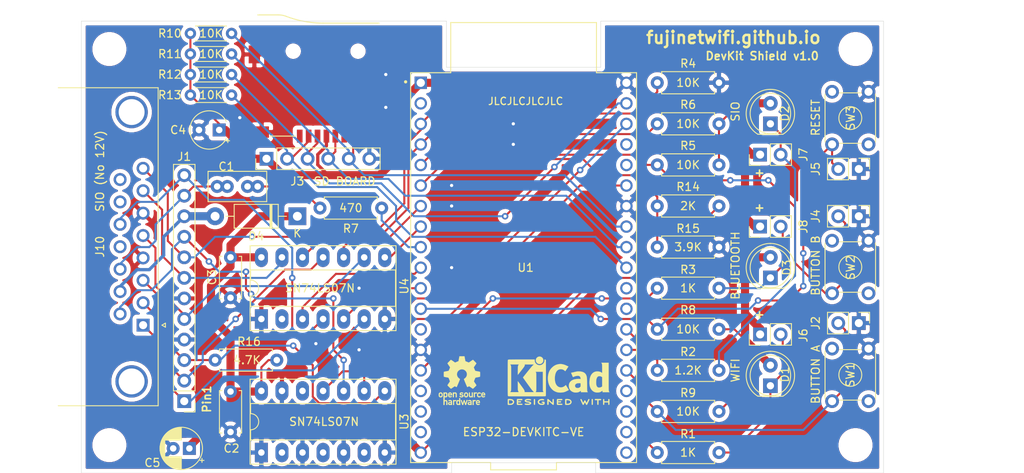
<source format=kicad_pcb>
(kicad_pcb (version 20171130) (host pcbnew "(5.1.9)-1")
  (title_block (title "FujiNet ESP32-DevKitC-VE Shield") (date 2021-02-13) (rev 1.0) (comment 1 **UNTESTED**))
  (layers (0 F.Cu signal) (31 B.Cu signal) (34 B.Paste user) (35 F.Paste user) (36 B.SilkS user) (37 F.SilkS user) (38 B.Mask user) (39 F.Mask user) (44 Edge.Cuts user))
  (net 0 "")
  (net 1 "Net-(U1-Pad2)")
  (net 2 "Net-(U1-Pad35)")
  (net 3 "Net-(U1-Pad34)")
  (net 4 "Net-(U1-Pad28)")
  (net 5 "Net-(U1-Pad27)")
  (net 6 "Net-(U1-Pad23)")
  (net 7 "Net-(U1-Pad22)")
  (net 8 "Net-(U1-Pad21)")
  (net 9 "Net-(U1-Pad20)")
  (net 10 "Net-(U1-Pad18)")
  (net 11 "Net-(U1-Pad17)")
  (net 12 "Net-(U1-Pad16)")
  (net 13 "Net-(U1-Pad13)")
  (net 14 "Net-(D1-Pad1)")
  (net 15 "Net-(D2-Pad1)")
  (net 16 "Net-(D3-Pad1)")
  (net 17 "Net-(C1-Pad2)")
  (net 18 SIO_AUDIOIN)
  (net 19 GND)
  (net 20 +5V)
  (net 21 +3V3)
  (net 22 SIO_INT)
  (net 23 SIO_PROC)
  (net 24 SIO_MCTL)
  (net 25 SIO_CMD)
  (net 26 SIO_DATAOUT)
  (net 27 SIO_DATAIN)
  (net 28 SIO_CKOUT)
  (net 29 SIO_CKIN)
  (net 30 IO5_SPI_CS)
  (net 31 IO23_SPI_MOSI)
  (net 32 IO18_SPI_CLK)
  (net 33 IO19_SPI_MISO)
  (net 34 IO2_LED1)
  (net 35 IO4_LED2)
  (net 36 IO3_LED3)
  (net 37 IO34_BUTTON_B)
  (net 38 IO39_CMD)
  (net 39 IO25_AUDIOIN)
  (net 40 IO14_BUTTON_RESET)
  (net 41 IO0_BUTTON_A)
  (net 42 IO35_SIO_VOLTAGE)
  (net 43 IO22_PROC)
  (net 44 IO21_DATAIN)
  (net 45 IO27_CKIN)
  (net 46 IO26_INT)
  (net 47 IO33_DATAOUT)
  (net 48 IO32_CKOUT)
  (net 49 "Net-(U3-Pad12)")
  (net 50 "Net-(U3-Pad4)")
  (net 51 "Net-(P1-Pad9)")
  (net 52 "Net-(P1-Pad8)")
  (net 53 "Net-(P1-Pad1)")
  (net 54 "Net-(U3-Pad2)")
  (net 55 "Net-(U4-Pad2)")
  (net 56 "Net-(U3-Pad6)")
  (net 57 "Net-(SW1-Pad2)")
  (net 58 "Net-(SW1-Pad3)")
  (net 59 "Net-(SW2-Pad2)")
  (net 60 "Net-(SW2-Pad3)")
  (net 61 "Net-(SW3-Pad2)")
  (net 62 "Net-(SW3-Pad3)")
  (net 63 "Net-(J10-Pad15)")
  (net 64 "Net-(J10-Pad14)")
  (net 65 "Net-(J10-Pad12)")
  (net 66 SIO_5V)
  (net 67 "Net-(J10-Pad0)")
  (module Connector_Dsub:DSUB-15_Female_Horizontal_P2.77x2.84mm_EdgePinOffset7.70mm_Housed_MountingHolesOffset9.12mm (layer F.Cu) (at 111.76 94.742 270)
    (fp_text reference J10 (at -9.695 5.334 90) (layer F.SilkS))
    (fp_text value DB15_Female_MountingHoles)
    (pad 0 thru_hole circle (at 6.955 1.42 270) (size 4 4) (drill 3.2) (layers *.Cu *.Mask) (net 67 "Net-(J10-Pad0)"))
    (pad 0 thru_hole circle (at -26.345 1.42 270) (size 4 4) (drill 3.2) (layers *.Cu *.Mask) (net 67 "Net-(J10-Pad0)"))
    (pad 15 thru_hole circle (at -18.005 2.84 270) (size 1.6 1.6) (drill 1) (layers *.Cu *.Mask) (net 63 "Net-(J10-Pad15)"))
    (pad 14 thru_hole circle (at -15.235 2.84 270) (size 1.6 1.6) (drill 1) (layers *.Cu *.Mask) (net 64 "Net-(J10-Pad14)"))
    (pad 13 thru_hole circle (at -12.465 2.84 270) (size 1.6 1.6) (drill 1) (layers *.Cu *.Mask) (net 22 SIO_INT))
    (pad 12 thru_hole circle (at -9.695 2.84 270) (size 1.6 1.6) (drill 1) (layers *.Cu *.Mask) (net 65 "Net-(J10-Pad12)"))
    (pad 11 thru_hole circle (at -6.925 2.84 270) (size 1.6 1.6) (drill 1) (layers *.Cu *.Mask) (net 18 SIO_AUDIOIN))
    (pad 10 thru_hole circle (at -4.155 2.84 270) (size 1.6 1.6) (drill 1) (layers *.Cu *.Mask) (net 66 SIO_5V))
    (pad 9 thru_hole circle (at -1.385 2.84 270) (size 1.6 1.6) (drill 1) (layers *.Cu *.Mask) (net 23 SIO_PROC))
    (pad 8 thru_hole circle (at -19.39 0 270) (size 1.6 1.6) (drill 1) (layers *.Cu *.Mask) (net 24 SIO_MCTL))
    (pad 7 thru_hole circle (at -16.62 0 270) (size 1.6 1.6) (drill 1) (layers *.Cu *.Mask) (net 25 SIO_CMD))
    (pad 6 thru_hole circle (at -13.85 0 270) (size 1.6 1.6) (drill 1) (layers *.Cu *.Mask) (net 19 GND))
    (pad 5 thru_hole circle (at -11.08 0 270) (size 1.6 1.6) (drill 1) (layers *.Cu *.Mask) (net 26 SIO_DATAOUT))
    (pad 4 thru_hole circle (at -8.31 0 270) (size 1.6 1.6) (drill 1) (layers *.Cu *.Mask) (net 19 GND))
    (pad 3 thru_hole circle (at -5.54 0 270) (size 1.6 1.6) (drill 1) (layers *.Cu *.Mask) (net 27 SIO_DATAIN))
    (pad 2 thru_hole circle (at -2.77 0 270) (size 1.6 1.6) (drill 1) (layers *.Cu *.Mask) (net 28 SIO_CKOUT))
    (pad 1 thru_hole rect (at 0 0 270) (size 1.6 1.6) (drill 1) (layers *.Cu *.Mask) (net 29 SIO_CKIN))
  )
  (module Symbol:KiCad-Logo2_5mm_SilkScreen (layer F.Cu) (at 163.068 101.6)
    (fp_text reference REF** hide)
    (fp_text value KiCad-Logo2_5mm_SilkScreen hide)
  )
  (module Symbol:OSHW-Logo_5.7x6mm_SilkScreen (layer F.Cu) (at 151.13 101.6)
    (fp_text reference REF** hide)
    (fp_text value OSHW-Logo_5.7x6mm_SilkScreen hide)
  )
  (module Capacitor_THT:C_Rect_L7.0mm_W3.5mm_P2.50mm_P5.00mm (layer F.Cu) (at 120.904 77.597)
    (fp_text reference C1 (at 1.143 -2.4638) (layer F.SilkS))
    (fp_text value "4.7uF 6.3V")
    (pad 2 thru_hole circle (at 5 0) (size 1.6 1.6) (drill 0.8) (layers *.Cu *.Mask) (net 17 "Net-(C1-Pad2)"))
    (pad 1 thru_hole circle (at 0 0) (size 1.6 1.6) (drill 0.8) (layers *.Cu *.Mask) (net 18 SIO_AUDIOIN))
    (pad 2 thru_hole circle (at 3.75 0) (size 1.6 1.6) (drill 0.8) (layers *.Cu *.Mask) (net 17 "Net-(C1-Pad2)"))
    (pad 1 thru_hole circle (at 1.25 0) (size 1.6 1.6) (drill 0.8) (layers *.Cu *.Mask) (net 18 SIO_AUDIOIN))
  )
  (module Resistor_THT:R_Axial_DIN0207_L6.3mm_D2.5mm_P7.62mm_Horizontal (layer F.Cu) (at 141.224 80.264 180)
    (fp_text reference R7 (at 3.81 -2.54) (layer F.SilkS))
    (fp_text value 470 (at 3.81 0) (layer F.SilkS))
    (pad 2 thru_hole oval (at 7.62 0 180) (size 1.6 1.6) (drill 0.8) (layers *.Cu *.Mask) (net 17 "Net-(C1-Pad2)"))
    (pad 1 thru_hole circle (at 0 0 180) (size 1.6 1.6) (drill 0.8) (layers *.Cu *.Mask) (net 39 IO25_AUDIOIN))
  )
  (module Capacitor_THT:CP_Radial_D5.0mm_P2.00mm (layer F.Cu) (at 117.475 109.982 180)
    (fp_text reference C5 (at 4.572 -1.778) (layer F.SilkS))
    (fp_text value "10uf 6.3V")
    (pad 2 thru_hole circle (at 2 0 180) (size 1.6 1.6) (drill 0.8) (layers *.Cu *.Mask) (net 19 GND))
    (pad 1 thru_hole rect (at 0 0 180) (size 1.6 1.6) (drill 0.8) (layers *.Cu *.Mask) (net 20 +5V))
  )
  (module Diode_THT:D_DO-41_SOD81_P10.16mm_Horizontal (layer F.Cu) (at 130.81 81.28 180)
    (fp_text reference D4 (at 5.08 -2.47) (layer F.SilkS))
    (fp_text value 1N5817)
    (fp_text user K (at 0 -2.1) (layer F.SilkS))
    (pad 2 thru_hole oval (at 10.16 0 180) (size 2.2 2.2) (drill 1.1) (layers *.Cu *.Mask) (net 66 SIO_5V))
    (pad 1 thru_hole rect (at 0 0 180) (size 2.2 2.2) (drill 1.1) (layers *.Cu *.Mask) (net 20 +5V))
  )
  (module Connector_PinHeader_2.54mm:PinHeader_1x12_P2.54mm_Vertical (layer F.Cu) (at 116.84 104.14 180)
    (fp_text reference J1 (at 0 30.226 180) (layer F.SilkS))
    (fp_text value "SIO (No 12V)" (at 10.414 28.448 90) (layer F.SilkS))
    (pad 12 thru_hole oval (at 0 27.94 180) (size 1.7 1.7) (drill 1) (layers *.Cu *.Mask) (net 22 SIO_INT))
    (pad 11 thru_hole oval (at 0 25.4 180) (size 1.7 1.7) (drill 1) (layers *.Cu *.Mask) (net 18 SIO_AUDIOIN))
    (pad 10 thru_hole oval (at 0 22.86 180) (size 1.7 1.7) (drill 1) (layers *.Cu *.Mask) (net 66 SIO_5V))
    (pad 9 thru_hole oval (at 0 20.32 180) (size 1.7 1.7) (drill 1) (layers *.Cu *.Mask) (net 23 SIO_PROC))
    (pad 8 thru_hole oval (at 0 17.78 180) (size 1.7 1.7) (drill 1) (layers *.Cu *.Mask) (net 24 SIO_MCTL))
    (pad 7 thru_hole oval (at 0 15.24 180) (size 1.7 1.7) (drill 1) (layers *.Cu *.Mask) (net 25 SIO_CMD))
    (pad 6 thru_hole oval (at 0 12.7 180) (size 1.7 1.7) (drill 1) (layers *.Cu *.Mask) (net 19 GND))
    (pad 5 thru_hole oval (at 0 10.16 180) (size 1.7 1.7) (drill 1) (layers *.Cu *.Mask) (net 26 SIO_DATAOUT))
    (pad 4 thru_hole oval (at 0 7.62 180) (size 1.7 1.7) (drill 1) (layers *.Cu *.Mask) (net 19 GND))
    (pad 3 thru_hole oval (at 0 5.08 180) (size 1.7 1.7) (drill 1) (layers *.Cu *.Mask) (net 27 SIO_DATAIN))
    (pad 2 thru_hole oval (at 0 2.54 180) (size 1.7 1.7) (drill 1) (layers *.Cu *.Mask) (net 28 SIO_CKOUT))
    (pad 1 thru_hole rect (at 0 0 180) (size 1.7 1.7) (drill 1) (layers *.Cu *.Mask) (net 29 SIO_CKIN))
  )
  (module Resistor_THT:R_Axial_DIN0207_L6.3mm_D2.5mm_P7.62mm_Horizontal (layer F.Cu) (at 120.65 99.06)
    (fp_text reference R16 (at 4.191 -2.286) (layer F.SilkS))
    (fp_text value 4.7K (at 3.937 0) (layer F.SilkS))
    (pad 2 thru_hole oval (at 7.62 0) (size 1.6 1.6) (drill 0.8) (layers *.Cu *.Mask) (net 20 +5V))
    (pad 1 thru_hole circle (at 0 0) (size 1.6 1.6) (drill 0.8) (layers *.Cu *.Mask) (net 27 SIO_DATAIN))
  )
  (module LED_THT:LED_D5.0mm (layer F.Cu) (at 189.23 102.235 90)
    (fp_text reference D1 (at 1.397 1.778 90) (layer F.SilkS))
    (fp_text value WIFI (at 1.905 -4.318 90) (layer F.SilkS))
    (pad 2 thru_hole circle (at 2.54 0 90) (size 1.8 1.8) (drill 0.9) (layers *.Cu *.Mask) (net 21 +3V3))
    (pad 1 thru_hole rect (at 0 0 90) (size 1.8 1.8) (drill 0.9) (layers *.Cu *.Mask) (net 14 "Net-(D1-Pad1)"))
  )
  (module LED_THT:LED_D5.0mm (layer F.Cu) (at 189.23 88.9 90)
    (fp_text reference D3 (at 1.27 2.032 90) (layer F.SilkS))
    (fp_text value BLUETOOTH (at 1.524 -4.318 90) (layer F.SilkS))
    (pad 2 thru_hole circle (at 2.54 0 90) (size 1.8 1.8) (drill 0.9) (layers *.Cu *.Mask) (net 21 +3V3))
    (pad 1 thru_hole rect (at 0 0 90) (size 1.8 1.8) (drill 0.9) (layers *.Cu *.Mask) (net 16 "Net-(D3-Pad1)"))
  )
  (module Capacitor_THT:CP_Radial_Tantal_D4.5mm_P2.50mm (layer F.Cu) (at 121.158 70.612 180)
    (fp_text reference C4 (at 5.08 0) (layer F.SilkS))
    (fp_text value "10uF 10V")
    (pad 2 thru_hole circle (at 2.5 0 180) (size 1.6 1.6) (drill 0.8) (layers *.Cu *.Mask) (net 19 GND))
    (pad 1 thru_hole rect (at 0 0 180) (size 1.6 1.6) (drill 0.8) (layers *.Cu *.Mask) (net 21 +3V3))
  )
  (module Package_DIP:DIP-14_W7.62mm_Socket_LongPads (layer F.Cu) (at 126.365 93.98 90)
    (fp_text reference U4 (at 4.064 17.653 90) (layer F.SilkS))
    (fp_text value SN74LS07N (at 3.81 7.239 180) (layer F.SilkS))
    (pad 14 thru_hole oval (at 7.62 0 90) (size 2.4 1.6) (drill 0.8) (layers *.Cu *.Mask) (net 20 +5V))
    (pad 7 thru_hole oval (at 0 15.24 90) (size 2.4 1.6) (drill 0.8) (layers *.Cu *.Mask) (net 19 GND))
    (pad 13 thru_hole oval (at 7.62 2.54 90) (size 2.4 1.6) (drill 0.8) (layers *.Cu *.Mask) (net 25 SIO_CMD))
    (pad 6 thru_hole oval (at 0 12.7 90) (size 2.4 1.6) (drill 0.8) (layers *.Cu *.Mask) (net 29 SIO_CKIN))
    (pad 12 thru_hole oval (at 7.62 5.08 90) (size 2.4 1.6) (drill 0.8) (layers *.Cu *.Mask) (net 38 IO39_CMD))
    (pad 5 thru_hole oval (at 0 10.16 90) (size 2.4 1.6) (drill 0.8) (layers *.Cu *.Mask) (net 45 IO27_CKIN))
    (pad 11 thru_hole oval (at 7.62 7.62 90) (size 2.4 1.6) (drill 0.8) (layers *.Cu *.Mask) (net 28 SIO_CKOUT))
    (pad 4 thru_hole oval (at 0 7.62 90) (size 2.4 1.6) (drill 0.8) (layers *.Cu *.Mask) (net 22 SIO_INT))
    (pad 10 thru_hole oval (at 7.62 10.16 90) (size 2.4 1.6) (drill 0.8) (layers *.Cu *.Mask) (net 48 IO32_CKOUT))
    (pad 3 thru_hole oval (at 0 5.08 90) (size 2.4 1.6) (drill 0.8) (layers *.Cu *.Mask) (net 46 IO26_INT))
    (pad 9 thru_hole oval (at 7.62 12.7 90) (size 2.4 1.6) (drill 0.8) (layers *.Cu *.Mask) (net 26 SIO_DATAOUT))
    (pad 2 thru_hole oval (at 0 2.54 90) (size 2.4 1.6) (drill 0.8) (layers *.Cu *.Mask) (net 55 "Net-(U4-Pad2)"))
    (pad 8 thru_hole oval (at 7.62 15.24 90) (size 2.4 1.6) (drill 0.8) (layers *.Cu *.Mask) (net 47 IO33_DATAOUT))
    (pad 1 thru_hole rect (at 0 0 90) (size 2.4 1.6) (drill 0.8) (layers *.Cu *.Mask) (net 19 GND))
  )
  (module Connector_PinHeader_2.54mm:PinHeader_1x02_P2.54mm_Vertical (layer F.Cu) (at 187.96 82.55 90)
    (fp_text reference J8 (at 0 5.334 90) (layer F.SilkS))
    (fp_text value Conn_BLUE_LED)
    (pad 2 thru_hole oval (at 0 2.54 90) (size 1.7 1.7) (drill 1) (layers *.Cu *.Mask) (net 16 "Net-(D3-Pad1)"))
    (pad 1 thru_hole rect (at 0 0 90) (size 1.7 1.7) (drill 1) (layers *.Cu *.Mask) (net 21 +3V3))
  )
  (module Connector_PinHeader_2.54mm:PinHeader_1x02_P2.54mm_Vertical (layer F.Cu) (at 187.96 73.66 90)
    (fp_text reference J7 (at 0 5.334 90) (layer F.SilkS))
    (fp_text value Conn_ORANGE_LED)
    (pad 2 thru_hole oval (at 0 2.54 90) (size 1.7 1.7) (drill 1) (layers *.Cu *.Mask) (net 15 "Net-(D2-Pad1)"))
    (pad 1 thru_hole rect (at 0 0 90) (size 1.7 1.7) (drill 1) (layers *.Cu *.Mask) (net 21 +3V3))
  )
  (module Connector_PinHeader_2.54mm:PinHeader_1x02_P2.54mm_Vertical (layer F.Cu) (at 187.96 95.885 90)
    (fp_text reference J6 (at -0.127 5.334 90) (layer F.SilkS))
    (fp_text value Conn_WHITE_LED)
    (pad 2 thru_hole oval (at 0 2.54 90) (size 1.7 1.7) (drill 1) (layers *.Cu *.Mask) (net 14 "Net-(D1-Pad1)"))
    (pad 1 thru_hole rect (at 0 0 90) (size 1.7 1.7) (drill 1) (layers *.Cu *.Mask) (net 21 +3V3))
  )
  (module Connector_PinHeader_2.54mm:PinHeader_1x02_P2.54mm_Vertical (layer F.Cu) (at 200.152 75.438 270)
    (fp_text reference J5 (at 0 5.334 90) (layer F.SilkS))
    (fp_text value Conn_BUTTON_RESET)
    (pad 2 thru_hole oval (at 0 2.54 270) (size 1.7 1.7) (drill 1) (layers *.Cu *.Mask) (net 40 IO14_BUTTON_RESET))
    (pad 1 thru_hole rect (at 0 0 270) (size 1.7 1.7) (drill 1) (layers *.Cu *.Mask) (net 19 GND))
  )
  (module Connector_PinHeader_2.54mm:PinHeader_1x02_P2.54mm_Vertical (layer F.Cu) (at 200.152 81.28 270)
    (fp_text reference J4 (at 0 5.334 90) (layer F.SilkS))
    (fp_text value Conn_BUTTON_B)
    (pad 2 thru_hole oval (at 0 2.54 270) (size 1.7 1.7) (drill 1) (layers *.Cu *.Mask) (net 37 IO34_BUTTON_B))
    (pad 1 thru_hole rect (at 0 0 270) (size 1.7 1.7) (drill 1) (layers *.Cu *.Mask) (net 19 GND))
  )
  (module Connector_PinHeader_2.54mm:PinHeader_1x02_P2.54mm_Vertical (layer F.Cu) (at 200.152 94.488 270)
    (fp_text reference J2 (at 0 5.334 90) (layer F.SilkS))
    (fp_text value Conn_BUTTON_A)
    (pad 2 thru_hole oval (at 0 2.54 270) (size 1.7 1.7) (drill 1) (layers *.Cu *.Mask) (net 41 IO0_BUTTON_A))
    (pad 1 thru_hole rect (at 0 0 270) (size 1.7 1.7) (drill 1) (layers *.Cu *.Mask) (net 19 GND))
  )
  (module ST-TF-003A:SUNTECH_ST-TF-003A (layer F.Cu) (at 134.62 66.04 180)
    (fp_text reference P1 (at -4.57732 -7.38873) (layer F.SilkS) (effects (font (size 1.000504 1.000504) (thickness 0.015))))
    (fp_text value ST-TF-003A)
    (pad None np_thru_hole circle (at 4.32 5.17 180) (size 0.9 0.9) (drill 0.9) (layers *.Cu *.Mask))
    (pad None np_thru_hole circle (at -3.68 5.17 180) (size 0.9 0.9) (drill 0.9) (layers *.Cu *.Mask))
    (pad G3 smd rect (at 9.12 4.77 180) (size 1.4 2.2) (layers F.Cu F.Paste F.Mask) (net 19 GND))
    (pad G4 smd rect (at 8.22 -4.83 180) (size 1.8 1.4) (layers F.Cu F.Paste F.Mask) (net 19 GND))
    (pad G2 smd rect (at -6.58 4.77 180) (size 1.4 2.2) (layers F.Cu F.Paste F.Mask) (net 19 GND))
    (pad G1 smd rect (at -6.58 -4.73 180) (size 1.4 1.6) (layers F.Cu F.Paste F.Mask) (net 19 GND))
    (pad 9 smd rect (at -5.28 -5.33 180) (size 0.7 1.6) (layers F.Cu F.Paste F.Mask) (net 51 "Net-(P1-Pad9)"))
    (pad 8 smd rect (at -4.18 -5.33 180) (size 0.7 1.6) (layers F.Cu F.Paste F.Mask) (net 52 "Net-(P1-Pad8)"))
    (pad 7 smd rect (at -3.08 -5.33 180) (size 0.7 1.6) (layers F.Cu F.Paste F.Mask) (net 33 IO19_SPI_MISO))
    (pad 6 smd rect (at -1.98 -5.33 180) (size 0.7 1.6) (layers F.Cu F.Paste F.Mask) (net 19 GND))
    (pad 5 smd rect (at -0.88 -5.33 180) (size 0.7 1.6) (layers F.Cu F.Paste F.Mask) (net 32 IO18_SPI_CLK))
    (pad 4 smd rect (at 0.22 -5.33 180) (size 0.7 1.6) (layers F.Cu F.Paste F.Mask) (net 21 +3V3))
    (pad 3 smd rect (at 1.32 -5.33 180) (size 0.7 1.6) (layers F.Cu F.Paste F.Mask) (net 31 IO23_SPI_MOSI))
    (pad 2 smd rect (at 2.42 -5.33 180) (size 0.7 1.6) (layers F.Cu F.Paste F.Mask) (net 30 IO5_SPI_CS))
    (pad 1 smd rect (at 3.52 -5.33 180) (size 0.7 1.6) (layers F.Cu F.Paste F.Mask) (net 53 "Net-(P1-Pad1)"))
  )
  (module Resistor_THT:R_Axial_DIN0204_L3.6mm_D1.6mm_P5.08mm_Horizontal (layer F.Cu) (at 122.682 66.294 180)
    (fp_text reference R13 (at 7.62 0) (layer F.SilkS))
    (fp_text value 10K (at 2.54 0) (layer F.SilkS))
    (pad 2 thru_hole oval (at 5.08 0 180) (size 1.4 1.4) (drill 0.7) (layers *.Cu *.Mask) (net 21 +3V3))
    (pad 1 thru_hole circle (at 0 0 180) (size 1.4 1.4) (drill 0.7) (layers *.Cu *.Mask) (net 30 IO5_SPI_CS))
  )
  (module Resistor_THT:R_Axial_DIN0204_L3.6mm_D1.6mm_P5.08mm_Horizontal (layer F.Cu) (at 122.682 63.754 180)
    (fp_text reference R12 (at 7.62 0) (layer F.SilkS))
    (fp_text value 10K (at 2.54 0) (layer F.SilkS))
    (pad 2 thru_hole oval (at 5.08 0 180) (size 1.4 1.4) (drill 0.7) (layers *.Cu *.Mask) (net 21 +3V3))
    (pad 1 thru_hole circle (at 0 0 180) (size 1.4 1.4) (drill 0.7) (layers *.Cu *.Mask) (net 31 IO23_SPI_MOSI))
  )
  (module Resistor_THT:R_Axial_DIN0204_L3.6mm_D1.6mm_P5.08mm_Horizontal (layer F.Cu) (at 122.682 61.214 180)
    (fp_text reference R11 (at 7.62 0) (layer F.SilkS))
    (fp_text value 10K (at 2.54 0) (layer F.SilkS))
    (pad 2 thru_hole oval (at 5.08 0 180) (size 1.4 1.4) (drill 0.7) (layers *.Cu *.Mask) (net 21 +3V3))
    (pad 1 thru_hole circle (at 0 0 180) (size 1.4 1.4) (drill 0.7) (layers *.Cu *.Mask) (net 32 IO18_SPI_CLK))
  )
  (module Resistor_THT:R_Axial_DIN0204_L3.6mm_D1.6mm_P5.08mm_Horizontal (layer F.Cu) (at 122.682 58.674 180)
    (fp_text reference R10 (at 7.62 0) (layer F.SilkS))
    (fp_text value 10K (at 2.54 0) (layer F.SilkS))
    (pad 2 thru_hole oval (at 5.08 0 180) (size 1.4 1.4) (drill 0.7) (layers *.Cu *.Mask) (net 21 +3V3))
    (pad 1 thru_hole circle (at 0 0 180) (size 1.4 1.4) (drill 0.7) (layers *.Cu *.Mask) (net 33 IO19_SPI_MISO))
  )
  (module MountingHole:MountingHole_3.2mm_M3 (layer F.Cu) (at 199.7456 60.6044)
    (fp_text reference H4 hide)
    (fp_text value "M3 Mounting Hole" hide)
    (pad 1 np_thru_hole circle (at 0 0) (size 3.2 3.2) (drill 3.2) (layers *.Cu *.Mask))
  )
  (module MountingHole:MountingHole_3.2mm_M3 (layer F.Cu) (at 199.7456 109.5756)
    (fp_text reference H3 hide)
    (fp_text value "M3 Mounting Hole" hide)
    (pad 1 np_thru_hole circle (at 0 0) (size 3.2 3.2) (drill 3.2) (layers *.Cu *.Mask))
  )
  (module MountingHole:MountingHole_3.2mm_M3 (layer F.Cu) (at 107.5944 60.6044)
    (fp_text reference H2 hide)
    (fp_text value "M3 Mounting Hole" hide)
    (pad 1 np_thru_hole circle (at 0 0) (size 3.2 3.2) (drill 3.2) (layers *.Cu *.Mask))
  )
  (module MountingHole:MountingHole_3.2mm_M3 (layer F.Cu) (at 107.5944 109.5756)
    (fp_text reference H1 hide)
    (fp_text value "M3 Mounting Hole" hide)
    (pad 1 np_thru_hole circle (at 0 0) (size 3.2 3.2) (drill 3.2) (layers *.Cu *.Mask))
  )
  (module Resistor_THT:R_Axial_DIN0207_L6.3mm_D2.5mm_P7.62mm_Horizontal (layer F.Cu) (at 182.88 85.09 180)
    (fp_text reference R15 (at 3.81 2.286) (layer F.SilkS))
    (fp_text value 3.9K (at 3.81 0) (layer F.SilkS))
    (pad 2 thru_hole oval (at 7.62 0 180) (size 1.6 1.6) (drill 0.8) (layers *.Cu *.Mask) (net 42 IO35_SIO_VOLTAGE))
    (pad 1 thru_hole circle (at 0 0 180) (size 1.6 1.6) (drill 0.8) (layers *.Cu *.Mask) (net 19 GND))
  )
  (module Resistor_THT:R_Axial_DIN0207_L6.3mm_D2.5mm_P7.62mm_Horizontal (layer F.Cu) (at 175.26 80.01)
    (fp_text reference R14 (at 3.81 -2.37) (layer F.SilkS))
    (fp_text value 2K (at 3.81 0) (layer F.SilkS))
    (pad 2 thru_hole oval (at 7.62 0) (size 1.6 1.6) (drill 0.8) (layers *.Cu *.Mask) (net 20 +5V))
    (pad 1 thru_hole circle (at 0 0) (size 1.6 1.6) (drill 0.8) (layers *.Cu *.Mask) (net 42 IO35_SIO_VOLTAGE))
  )
  (module Connector_PinHeader_2.54mm:PinHeader_1x06_P2.54mm_Vertical (layer F.Cu) (at 127 74.168 90)
    (fp_text reference J3 (at -2.794 3.81 180) (layer F.SilkS))
    (fp_text value "SD BOARD" (at -2.794 9.652 180) (layer F.SilkS))
    (pad 6 thru_hole oval (at 0 12.7 90) (size 1.7 1.7) (drill 1) (layers *.Cu *.Mask) (net 19 GND))
    (pad 5 thru_hole oval (at 0 10.16 90) (size 1.7 1.7) (drill 1) (layers *.Cu *.Mask) (net 33 IO19_SPI_MISO))
    (pad 4 thru_hole oval (at 0 7.62 90) (size 1.7 1.7) (drill 1) (layers *.Cu *.Mask) (net 32 IO18_SPI_CLK))
    (pad 3 thru_hole oval (at 0 5.08 90) (size 1.7 1.7) (drill 1) (layers *.Cu *.Mask) (net 31 IO23_SPI_MOSI))
    (pad 2 thru_hole oval (at 0 2.54 90) (size 1.7 1.7) (drill 1) (layers *.Cu *.Mask) (net 30 IO5_SPI_CS))
    (pad 1 thru_hole rect (at 0 0 90) (size 1.7 1.7) (drill 1) (layers *.Cu *.Mask) (net 21 +3V3))
  )
  (module Capacitor_THT:C_Disc_D5.0mm_W2.5mm_P5.00mm (layer F.Cu) (at 122.555 86.36 270)
    (fp_text reference C3 (at 2.46 2.286 90) (layer F.SilkS))
    (fp_text value 0.1uf)
    (pad 2 thru_hole circle (at 5 0 270) (size 1.6 1.6) (drill 0.8) (layers *.Cu *.Mask) (net 19 GND))
    (pad 1 thru_hole circle (at 0 0 270) (size 1.6 1.6) (drill 0.8) (layers *.Cu *.Mask) (net 20 +5V))
  )
  (module Capacitor_THT:C_Disc_D5.0mm_W2.5mm_P5.00mm (layer F.Cu) (at 122.555 102.95 270)
    (fp_text reference C2 (at 7.032 -0.127 180) (layer F.SilkS))
    (fp_text value 0.1uf)
    (pad 2 thru_hole circle (at 5 0 270) (size 1.6 1.6) (drill 0.8) (layers *.Cu *.Mask) (net 19 GND))
    (pad 1 thru_hole circle (at 0 0 270) (size 1.6 1.6) (drill 0.8) (layers *.Cu *.Mask) (net 20 +5V))
  )
  (module Button_Switch_THT:SW_TH_Tactile_Omron_B3F-10xx (layer F.Cu) (at 196.85 72.39 90)
    (fp_text reference SW3 (at 3.25 2.286 90) (layer F.SilkS))
    (fp_text value RESET (at 3.302 -2.032 90) (layer F.SilkS))
    (pad 1 thru_hole circle (at 0 0 90) (size 1.7 1.7) (drill 1) (layers *.Cu *.Mask) (net 40 IO14_BUTTON_RESET))
    (pad 2 thru_hole circle (at 6.5 0 90) (size 1.7 1.7) (drill 1) (layers *.Cu *.Mask) (net 61 "Net-(SW3-Pad2)"))
    (pad 3 thru_hole circle (at 0 4.5 90) (size 1.7 1.7) (drill 1) (layers *.Cu *.Mask) (net 62 "Net-(SW3-Pad3)"))
    (pad 4 thru_hole circle (at 6.5 4.5 90) (size 1.7 1.7) (drill 1) (layers *.Cu *.Mask) (net 19 GND))
  )
  (module Button_Switch_THT:SW_TH_Tactile_Omron_B3F-10xx (layer F.Cu) (at 196.85 90.805 90)
    (fp_text reference SW2 (at 3.175 2.286 90) (layer F.SilkS))
    (fp_text value "BUTTON B" (at 3.429 -2.032 90) (layer F.SilkS))
    (pad 1 thru_hole circle (at 0 0 90) (size 1.7 1.7) (drill 1) (layers *.Cu *.Mask) (net 37 IO34_BUTTON_B))
    (pad 2 thru_hole circle (at 6.5 0 90) (size 1.7 1.7) (drill 1) (layers *.Cu *.Mask) (net 59 "Net-(SW2-Pad2)"))
    (pad 3 thru_hole circle (at 0 4.5 90) (size 1.7 1.7) (drill 1) (layers *.Cu *.Mask) (net 60 "Net-(SW2-Pad3)"))
    (pad 4 thru_hole circle (at 6.5 4.5 90) (size 1.7 1.7) (drill 1) (layers *.Cu *.Mask) (net 19 GND))
  )
  (module Button_Switch_THT:SW_TH_Tactile_Omron_B3F-10xx (layer F.Cu) (at 196.85 104.14 90)
    (fp_text reference SW1 (at 3.25 2.25 90) (layer F.SilkS))
    (fp_text value "BUTTON A" (at 3.302 -2.032 90) (layer F.SilkS))
    (pad 1 thru_hole circle (at 0 0 90) (size 1.7 1.7) (drill 1) (layers *.Cu *.Mask) (net 41 IO0_BUTTON_A))
    (pad 2 thru_hole circle (at 6.5 0 90) (size 1.7 1.7) (drill 1) (layers *.Cu *.Mask) (net 57 "Net-(SW1-Pad2)"))
    (pad 3 thru_hole circle (at 0 4.5 90) (size 1.7 1.7) (drill 1) (layers *.Cu *.Mask) (net 58 "Net-(SW1-Pad3)"))
    (pad 4 thru_hole circle (at 6.5 4.5 90) (size 1.7 1.7) (drill 1) (layers *.Cu *.Mask) (net 19 GND))
  )
  (module Resistor_THT:R_Axial_DIN0207_L6.3mm_D2.5mm_P7.62mm_Horizontal (layer F.Cu) (at 182.88 105.41 180)
    (fp_text reference R9 (at 3.81 2.286) (layer F.SilkS))
    (fp_text value 10K (at 3.81 0) (layer F.SilkS))
    (pad 2 thru_hole oval (at 7.62 0 180) (size 1.6 1.6) (drill 0.8) (layers *.Cu *.Mask) (net 41 IO0_BUTTON_A))
    (pad 1 thru_hole circle (at 0 0 180) (size 1.6 1.6) (drill 0.8) (layers *.Cu *.Mask) (net 21 +3V3))
  )
  (module Resistor_THT:R_Axial_DIN0207_L6.3mm_D2.5mm_P7.62mm_Horizontal (layer F.Cu) (at 175.26 95.25)
    (fp_text reference R8 (at 3.81 -2.37) (layer F.SilkS))
    (fp_text value 10K (at 3.81 0) (layer F.SilkS))
    (pad 2 thru_hole oval (at 7.62 0) (size 1.6 1.6) (drill 0.8) (layers *.Cu *.Mask) (net 21 +3V3))
    (pad 1 thru_hole circle (at 0 0) (size 1.6 1.6) (drill 0.8) (layers *.Cu *.Mask) (net 40 IO14_BUTTON_RESET))
  )
  (module Resistor_THT:R_Axial_DIN0207_L6.3mm_D2.5mm_P7.62mm_Horizontal (layer F.Cu) (at 175.26 69.85)
    (fp_text reference R6 (at 3.81 -2.37) (layer F.SilkS))
    (fp_text value 10K (at 3.81 0) (layer F.SilkS))
    (pad 2 thru_hole oval (at 7.62 0) (size 1.6 1.6) (drill 0.8) (layers *.Cu *.Mask) (net 21 +3V3))
    (pad 1 thru_hole circle (at 0 0) (size 1.6 1.6) (drill 0.8) (layers *.Cu *.Mask) (net 38 IO39_CMD))
  )
  (module Resistor_THT:R_Axial_DIN0207_L6.3mm_D2.5mm_P7.62mm_Horizontal (layer F.Cu) (at 175.26 74.93)
    (fp_text reference R5 (at 3.81 -2.37) (layer F.SilkS))
    (fp_text value 10K (at 3.81 0) (layer F.SilkS))
    (pad 2 thru_hole oval (at 7.62 0) (size 1.6 1.6) (drill 0.8) (layers *.Cu *.Mask) (net 21 +3V3))
    (pad 1 thru_hole circle (at 0 0) (size 1.6 1.6) (drill 0.8) (layers *.Cu *.Mask) (net 37 IO34_BUTTON_B))
  )
  (module Resistor_THT:R_Axial_DIN0207_L6.3mm_D2.5mm_P7.62mm_Horizontal (layer F.Cu) (at 175.26 64.77)
    (fp_text reference R4 (at 3.81 -2.37) (layer F.SilkS))
    (fp_text value 10K (at 3.81 0) (layer F.SilkS))
    (pad 2 thru_hole oval (at 7.62 0) (size 1.6 1.6) (drill 0.8) (layers *.Cu *.Mask) (net 19 GND))
    (pad 1 thru_hole circle (at 0 0) (size 1.6 1.6) (drill 0.8) (layers *.Cu *.Mask) (net 24 SIO_MCTL))
  )
  (module Resistor_THT:R_Axial_DIN0207_L6.3mm_D2.5mm_P7.62mm_Horizontal (layer F.Cu) (at 182.88 90.17 180)
    (fp_text reference R3 (at 3.81 2.286) (layer F.SilkS))
    (fp_text value 1K (at 3.81 0) (layer F.SilkS))
    (pad 2 thru_hole oval (at 7.62 0 180) (size 1.6 1.6) (drill 0.8) (layers *.Cu *.Mask) (net 36 IO3_LED3))
    (pad 1 thru_hole circle (at 0 0 180) (size 1.6 1.6) (drill 0.8) (layers *.Cu *.Mask) (net 16 "Net-(D3-Pad1)"))
  )
  (module Resistor_THT:R_Axial_DIN0207_L6.3mm_D2.5mm_P7.62mm_Horizontal (layer F.Cu) (at 182.88 100.33 180)
    (fp_text reference R2 (at 3.81 2.286) (layer F.SilkS))
    (fp_text value 1.2K (at 3.81 0) (layer F.SilkS))
    (pad 2 thru_hole oval (at 7.62 0 180) (size 1.6 1.6) (drill 0.8) (layers *.Cu *.Mask) (net 35 IO4_LED2))
    (pad 1 thru_hole circle (at 0 0 180) (size 1.6 1.6) (drill 0.8) (layers *.Cu *.Mask) (net 15 "Net-(D2-Pad1)"))
  )
  (module Resistor_THT:R_Axial_DIN0207_L6.3mm_D2.5mm_P7.62mm_Horizontal (layer F.Cu) (at 182.88 110.49 180)
    (fp_text reference R1 (at 3.81 2.286) (layer F.SilkS))
    (fp_text value 1K (at 3.81 0) (layer F.SilkS))
    (pad 2 thru_hole oval (at 7.62 0 180) (size 1.6 1.6) (drill 0.8) (layers *.Cu *.Mask) (net 34 IO2_LED1))
    (pad 1 thru_hole circle (at 0 0 180) (size 1.6 1.6) (drill 0.8) (layers *.Cu *.Mask) (net 14 "Net-(D1-Pad1)"))
  )
  (module LED_THT:LED_D5.0mm (layer F.Cu) (at 189.23 69.85 90)
    (fp_text reference D2 (at 1.27 1.778 90) (layer F.SilkS))
    (fp_text value SIO (at 1.524 -4.318 90) (layer F.SilkS))
    (pad 2 thru_hole circle (at 2.54 0 90) (size 1.8 1.8) (drill 0.9) (layers *.Cu *.Mask) (net 21 +3V3))
    (pad 1 thru_hole rect (at 0 0 90) (size 1.8 1.8) (drill 0.9) (layers *.Cu *.Mask) (net 15 "Net-(D2-Pad1)"))
  )
  (module Package_DIP:DIP-14_W7.62mm_Socket_LongPads (layer F.Cu) (at 126.365 110.49 90)
    (fp_text reference U3 (at 3.81 17.653 90) (layer F.SilkS))
    (fp_text value SN74LS07N (at 3.81 7.747 180) (layer F.SilkS))
    (pad 14 thru_hole oval (at 7.62 0 90) (size 2.4 1.6) (drill 0.8) (layers *.Cu *.Mask) (net 20 +5V))
    (pad 7 thru_hole oval (at 0 15.24 90) (size 2.4 1.6) (drill 0.8) (layers *.Cu *.Mask) (net 19 GND))
    (pad 13 thru_hole oval (at 7.62 2.54 90) (size 2.4 1.6) (drill 0.8) (layers *.Cu *.Mask) (net 19 GND))
    (pad 6 thru_hole oval (at 0 12.7 90) (size 2.4 1.6) (drill 0.8) (layers *.Cu *.Mask) (net 56 "Net-(U3-Pad6)"))
    (pad 12 thru_hole oval (at 7.62 5.08 90) (size 2.4 1.6) (drill 0.8) (layers *.Cu *.Mask) (net 49 "Net-(U3-Pad12)"))
    (pad 5 thru_hole oval (at 0 10.16 90) (size 2.4 1.6) (drill 0.8) (layers *.Cu *.Mask) (net 19 GND))
    (pad 11 thru_hole oval (at 7.62 7.62 90) (size 2.4 1.6) (drill 0.8) (layers *.Cu *.Mask) (net 43 IO22_PROC))
    (pad 4 thru_hole oval (at 0 7.62 90) (size 2.4 1.6) (drill 0.8) (layers *.Cu *.Mask) (net 50 "Net-(U3-Pad4)"))
    (pad 10 thru_hole oval (at 7.62 10.16 90) (size 2.4 1.6) (drill 0.8) (layers *.Cu *.Mask) (net 23 SIO_PROC))
    (pad 3 thru_hole oval (at 0 5.08 90) (size 2.4 1.6) (drill 0.8) (layers *.Cu *.Mask) (net 19 GND))
    (pad 9 thru_hole oval (at 7.62 12.7 90) (size 2.4 1.6) (drill 0.8) (layers *.Cu *.Mask) (net 44 IO21_DATAIN))
    (pad 2 thru_hole oval (at 0 2.54 90) (size 2.4 1.6) (drill 0.8) (layers *.Cu *.Mask) (net 54 "Net-(U3-Pad2)"))
    (pad 8 thru_hole oval (at 7.62 15.24 90) (size 2.4 1.6) (drill 0.8) (layers *.Cu *.Mask) (net 27 SIO_DATAIN))
    (pad 1 thru_hole rect (at 0 0 90) (size 2.4 1.6) (drill 0.8) (layers *.Cu *.Mask) (net 19 GND))
  )
  (module ESP32-DEVKITC-32U:MODULE_ESP32-DEVKITC-32U (layer F.Cu) (at 158.75 87.63)
    (fp_text reference U1 (at 0.254 0) (layer F.SilkS))
    (fp_text value ESP32-DEVKITC-VE (at 0 20.32) (layer F.SilkS))
    (pad 38 thru_hole circle (at 12.7 -22.85) (size 1.53 1.53) (drill 1.02) (layers *.Cu *.Mask) (net 19 GND))
    (pad 37 thru_hole circle (at 12.7 -20.31) (size 1.53 1.53) (drill 1.02) (layers *.Cu *.Mask) (net 31 IO23_SPI_MOSI))
    (pad 36 thru_hole circle (at 12.7 -17.77) (size 1.53 1.53) (drill 1.02) (layers *.Cu *.Mask) (net 43 IO22_PROC))
    (pad 35 thru_hole circle (at 12.7 -15.23) (size 1.53 1.53) (drill 1.02) (layers *.Cu *.Mask) (net 2 "Net-(U1-Pad35)"))
    (pad 34 thru_hole circle (at 12.7 -12.69) (size 1.53 1.53) (drill 1.02) (layers *.Cu *.Mask) (net 3 "Net-(U1-Pad34)"))
    (pad 33 thru_hole circle (at 12.7 -10.15) (size 1.53 1.53) (drill 1.02) (layers *.Cu *.Mask) (net 44 IO21_DATAIN))
    (pad 32 thru_hole circle (at 12.7 -7.61) (size 1.53 1.53) (drill 1.02) (layers *.Cu *.Mask) (net 19 GND))
    (pad 31 thru_hole circle (at 12.7 -5.07) (size 1.53 1.53) (drill 1.02) (layers *.Cu *.Mask) (net 33 IO19_SPI_MISO))
    (pad 30 thru_hole circle (at 12.7 -2.53) (size 1.53 1.53) (drill 1.02) (layers *.Cu *.Mask) (net 32 IO18_SPI_CLK))
    (pad 29 thru_hole circle (at 12.7 0.01) (size 1.53 1.53) (drill 1.02) (layers *.Cu *.Mask) (net 30 IO5_SPI_CS))
    (pad 28 thru_hole circle (at 12.7 2.55) (size 1.53 1.53) (drill 1.02) (layers *.Cu *.Mask) (net 4 "Net-(U1-Pad28)"))
    (pad 27 thru_hole circle (at 12.7 5.09) (size 1.53 1.53) (drill 1.02) (layers *.Cu *.Mask) (net 5 "Net-(U1-Pad27)"))
    (pad 26 thru_hole circle (at 12.7 7.63) (size 1.53 1.53) (drill 1.02) (layers *.Cu *.Mask) (net 35 IO4_LED2))
    (pad 25 thru_hole circle (at 12.7 10.17) (size 1.53 1.53) (drill 1.02) (layers *.Cu *.Mask) (net 41 IO0_BUTTON_A))
    (pad 24 thru_hole circle (at 12.7 12.71) (size 1.53 1.53) (drill 1.02) (layers *.Cu *.Mask) (net 34 IO2_LED1))
    (pad 23 thru_hole circle (at 12.7 15.25) (size 1.53 1.53) (drill 1.02) (layers *.Cu *.Mask) (net 6 "Net-(U1-Pad23)"))
    (pad 22 thru_hole circle (at 12.7 17.79) (size 1.53 1.53) (drill 1.02) (layers *.Cu *.Mask) (net 7 "Net-(U1-Pad22)"))
    (pad 21 thru_hole circle (at 12.7 20.33) (size 1.53 1.53) (drill 1.02) (layers *.Cu *.Mask) (net 8 "Net-(U1-Pad21)"))
    (pad 20 thru_hole circle (at 12.7 22.87) (size 1.53 1.53) (drill 1.02) (layers *.Cu *.Mask) (net 9 "Net-(U1-Pad20)"))
    (pad 19 thru_hole circle (at -12.7 22.87) (size 1.53 1.53) (drill 1.02) (layers *.Cu *.Mask) (net 20 +5V))
    (pad 18 thru_hole circle (at -12.7 20.33) (size 1.53 1.53) (drill 1.02) (layers *.Cu *.Mask) (net 10 "Net-(U1-Pad18)"))
    (pad 17 thru_hole circle (at -12.7 17.79) (size 1.53 1.53) (drill 1.02) (layers *.Cu *.Mask) (net 11 "Net-(U1-Pad17)"))
    (pad 16 thru_hole circle (at -12.7 15.25) (size 1.53 1.53) (drill 1.02) (layers *.Cu *.Mask) (net 12 "Net-(U1-Pad16)"))
    (pad 15 thru_hole circle (at -12.7 12.71) (size 1.53 1.53) (drill 1.02) (layers *.Cu *.Mask) (net 36 IO3_LED3))
    (pad 14 thru_hole circle (at -12.7 10.17) (size 1.53 1.53) (drill 1.02) (layers *.Cu *.Mask) (net 19 GND))
    (pad 13 thru_hole circle (at -12.7 7.63) (size 1.53 1.53) (drill 1.02) (layers *.Cu *.Mask) (net 13 "Net-(U1-Pad13)"))
    (pad 12 thru_hole circle (at -12.7 5.09) (size 1.53 1.53) (drill 1.02) (layers *.Cu *.Mask) (net 40 IO14_BUTTON_RESET))
    (pad 11 thru_hole circle (at -12.7 2.55) (size 1.53 1.53) (drill 1.02) (layers *.Cu *.Mask) (net 45 IO27_CKIN))
    (pad 10 thru_hole circle (at -12.7 0.01) (size 1.53 1.53) (drill 1.02) (layers *.Cu *.Mask) (net 46 IO26_INT))
    (pad 9 thru_hole circle (at -12.7 -2.53) (size 1.53 1.53) (drill 1.02) (layers *.Cu *.Mask) (net 39 IO25_AUDIOIN))
    (pad 8 thru_hole circle (at -12.7 -5.07) (size 1.53 1.53) (drill 1.02) (layers *.Cu *.Mask) (net 47 IO33_DATAOUT))
    (pad 7 thru_hole circle (at -12.7 -7.61) (size 1.53 1.53) (drill 1.02) (layers *.Cu *.Mask) (net 48 IO32_CKOUT))
    (pad 6 thru_hole circle (at -12.7 -10.15) (size 1.53 1.53) (drill 1.02) (layers *.Cu *.Mask) (net 42 IO35_SIO_VOLTAGE))
    (pad 5 thru_hole circle (at -12.7 -12.69) (size 1.53 1.53) (drill 1.02) (layers *.Cu *.Mask) (net 37 IO34_BUTTON_B))
    (pad 4 thru_hole circle (at -12.7 -15.23) (size 1.53 1.53) (drill 1.02) (layers *.Cu *.Mask) (net 38 IO39_CMD))
    (pad 3 thru_hole circle (at -12.7 -17.77) (size 1.53 1.53) (drill 1.02) (layers *.Cu *.Mask) (net 24 SIO_MCTL))
    (pad 2 thru_hole circle (at -12.7 -20.31) (size 1.53 1.53) (drill 1.02) (layers *.Cu *.Mask) (net 1 "Net-(U1-Pad2)"))
    (pad 1 thru_hole rect (at -12.7 -22.85) (size 1.53 1.53) (drill 1.02) (layers *.Cu *.Mask) (net 21 +3V3))
  )
  (gr_text JLCJLCJLCJLC (at 159.004 67.056) (layer F.SilkS) (effects (font (size 0.9 0.9))))
  (gr_line (start 104.14 57.15) (end 149.225 57.15) (layer Edge.Cuts) (width 0.05))
  (gr_line (start 168.275 57.15) (end 203.2 57.15) (layer Edge.Cuts) (width 0.05))
  (gr_line (start 167.64 113.03) (end 203.2 113.03) (layer Edge.Cuts) (width 0.05))
  (gr_line (start 104.14 113.03) (end 149.86 113.03) (layer Edge.Cuts) (width 0.05))
  (gr_line (start 203.2 113.03) (end 203.2 57.15) (layer Edge.Cuts) (width 0.05))
  (gr_line (start 104.14 113.03) (end 104.14 57.15) (layer Edge.Cuts) (width 0.05))
  (gr_text "DevKit Shield v1.0" (at 188.214 61.468) (layer F.SilkS) (effects (font (size 1 1) (thickness 0.2))))
  (gr_text fujinetwifi.github.io (at 184.658 59.182) (layer F.SilkS) (effects (font (size 1.5 1.5) (thickness 0.3))))
  (gr_line (start 149.86 111.76) (end 167.64 111.76) (layer Edge.Cuts) (width 0.05))
  (gr_text + (at 187.96 75.946 -90) (layer F.SilkS) (effects (font (size 1 1) (thickness 0.2))))
  (gr_text + (at 187.96 93.472 -90) (layer F.SilkS) (effects (font (size 1 1) (thickness 0.2))))
  (gr_text + (at 187.96 80.264 -90) (layer F.SilkS) (effects (font (size 1 1) (thickness 0.2))))
  (gr_text Pin1 (at 119.634 103.886 90) (layer F.SilkS) (effects (font (size 1 1) (thickness 0.2))))
  (gr_line (start 168.275 62.865) (end 168.275 57.15) (layer Edge.Cuts) (width 0.05))
  (gr_line (start 149.225 62.865) (end 168.275 62.865) (layer Edge.Cuts) (width 0.05))
  (gr_line (start 149.225 57.15) (end 149.225 62.865) (layer Edge.Cuts) (width 0.05))
  (gr_line (start 167.64 111.76) (end 167.64 113.03) (layer Edge.Cuts) (width 0.05))
  (gr_line (start 149.86 113.03) (end 149.86 111.76) (layer Edge.Cuts) (width 0.05))
  (segment (start 189.23 102.87) (end 189.23 102.235) (width 0.25) (layer F.Cu) (net 14))
  (segment (start 190.754 96.139) (end 190.5 95.885) (width 0.25) (layer F.Cu) (net 14))
  (segment (start 190.754 100.711) (end 190.754 96.139) (width 0.25) (layer F.Cu) (net 14))
  (segment (start 189.23 102.235) (end 190.754 100.711) (width 0.25) (layer F.Cu) (net 14))
  (segment (start 189.23 105.664) (end 189.23 102.235) (width 0.25) (layer F.Cu) (net 14))
  (segment (start 184.404 110.49) (end 189.23 105.664) (width 0.25) (layer F.Cu) (net 14))
  (segment (start 182.88 110.49) (end 184.404 110.49) (width 0.25) (layer F.Cu) (net 14))
  (segment (start 190.5 71.12) (end 189.23 69.85) (width 0.25) (layer F.Cu) (net 15))
  (segment (start 190.5 73.66) (end 190.5 71.12) (width 0.25) (layer F.Cu) (net 15))
  (segment (start 192.278 75.438) (end 190.5 73.66) (width 0.25) (layer B.Cu) (net 15))
  (segment (start 192.278 88.646) (end 192.278 75.438) (width 0.25) (layer B.Cu) (net 15))
  (segment (start 182.88 98.044) (end 192.278 88.646) (width 0.25) (layer B.Cu) (net 15))
  (segment (start 182.88 100.33) (end 182.88 98.044) (width 0.25) (layer B.Cu) (net 15))
  (segment (start 190.754 82.804) (end 190.5 82.55) (width 0.25) (layer F.Cu) (net 16))
  (segment (start 190.754 87.376) (end 190.754 82.804) (width 0.25) (layer F.Cu) (net 16))
  (segment (start 189.23 88.9) (end 190.754 87.376) (width 0.25) (layer F.Cu) (net 16))
  (segment (start 187.96 90.17) (end 189.23 88.9) (width 0.25) (layer B.Cu) (net 16))
  (segment (start 182.88 90.17) (end 187.96 90.17) (width 0.25) (layer B.Cu) (net 16))
  (segment (start 130.937 77.597) (end 133.604 80.264) (width 0.25) (layer F.Cu) (net 17))
  (segment (start 124.654 77.597) (end 130.937 77.597) (width 0.25) (layer F.Cu) (net 17))
  (segment (start 110.998 85.09) (end 108.92 87.168) (width 0.25) (layer B.Cu) (net 18))
  (segment (start 112.522 85.09) (end 110.998 85.09) (width 0.25) (layer B.Cu) (net 18))
  (segment (start 113.284 84.328) (end 112.522 85.09) (width 0.25) (layer B.Cu) (net 18))
  (segment (start 113.284 82.296) (end 113.284 84.328) (width 0.25) (layer B.Cu) (net 18))
  (segment (start 108.92 87.168) (end 108.92 87.817) (width 0.25) (layer B.Cu) (net 18))
  (segment (start 116.84 78.74) (end 113.284 82.296) (width 0.25) (layer B.Cu) (net 18))
  (segment (start 117.983 77.597) (end 116.84 78.74) (width 0.25) (layer F.Cu) (net 18))
  (segment (start 122.154 77.597) (end 117.983 77.597) (width 0.25) (layer F.Cu) (net 18))
  (via (at 149.86 87.63) (size 0.8) (drill 0.4) (layers F.Cu B.Cu) (net 19))
  (via (at 157.48 69.85) (size 0.8) (drill 0.4) (layers F.Cu B.Cu) (net 19))
  (via (at 157.48 72.39) (size 0.8) (drill 0.4) (layers F.Cu B.Cu) (net 19))
  (via (at 138.43 97.79) (size 0.8) (drill 0.4) (layers F.Cu B.Cu) (net 19))
  (via (at 138.43 90.17) (size 0.8) (drill 0.4) (layers F.Cu B.Cu) (net 19))
  (via (at 149.86 77.47) (size 0.8) (drill 0.4) (layers F.Cu B.Cu) (net 19))
  (via (at 149.86 80.01) (size 0.8) (drill 0.4) (layers F.Cu B.Cu) (net 19))
  (via (at 133.096 97.028) (size 0.8) (drill 0.4) (layers F.Cu B.Cu) (net 19))
  (via (at 123.698 69.088) (size 0.8) (drill 0.4) (layers F.Cu B.Cu) (net 19))
  (via (at 141.732 67.818) (size 0.8) (drill 0.4) (layers F.Cu B.Cu) (net 19))
  (via (at 141.732 63.754) (size 0.8) (drill 0.4) (layers F.Cu B.Cu) (net 19))
  (segment (start 122.699999 102.459999) (end 123.19 102.95) (width 0.25) (layer F.Cu) (net 20))
  (segment (start 173.99 88.9) (end 167.65 88.9) (width 0.25) (layer F.Cu) (net 20))
  (segment (start 167.65 88.9) (end 146.05 110.5) (width 0.25) (layer F.Cu) (net 20))
  (segment (start 182.88 80.01) (end 173.99 88.9) (width 0.25) (layer F.Cu) (net 20))
  (segment (start 126.285 102.95) (end 126.365 102.87) (width 1) (layer F.Cu) (net 20))
  (segment (start 122.555 102.95) (end 126.285 102.95) (width 1) (layer F.Cu) (net 20))
  (segment (start 122.555 86.36) (end 126.365 86.36) (width 1) (layer F.Cu) (net 20))
  (segment (start 122.555 84.858968) (end 122.555 86.36) (width 1) (layer F.Cu) (net 20))
  (segment (start 126.133968 81.28) (end 122.555 84.858968) (width 1) (layer F.Cu) (net 20))
  (segment (start 130.81 81.28) (end 126.133968 81.28) (width 1) (layer F.Cu) (net 20))
  (segment (start 122.555 96.139) (end 122.555 102.95) (width 1) (layer F.Cu) (net 20))
  (segment (start 120.142 93.726) (end 122.555 96.139) (width 1) (layer F.Cu) (net 20))
  (segment (start 120.142 89.90437) (end 120.142 93.726) (width 1) (layer F.Cu) (net 20))
  (segment (start 122.555 87.49137) (end 120.142 89.90437) (width 1) (layer F.Cu) (net 20))
  (segment (start 122.555 86.36) (end 122.555 87.49137) (width 1) (layer F.Cu) (net 20))
  (segment (start 142.23 106.68) (end 146.05 110.5) (width 1) (layer F.Cu) (net 20))
  (segment (start 126.285 106.68) (end 142.23 106.68) (width 1) (layer F.Cu) (net 20))
  (segment (start 122.555 102.95) (end 126.285 106.68) (width 1) (layer F.Cu) (net 20))
  (segment (start 126.365 99.949) (end 126.365 102.87) (width 0.25) (layer F.Cu) (net 20))
  (segment (start 127.254 99.06) (end 126.365 99.949) (width 0.25) (layer F.Cu) (net 20))
  (segment (start 128.27 99.06) (end 127.254 99.06) (width 0.25) (layer F.Cu) (net 20))
  (segment (start 117.475 109.728) (end 117.475 109.982) (width 1) (layer F.Cu) (net 20))
  (segment (start 122.555 104.648) (end 117.475 109.728) (width 1) (layer F.Cu) (net 20))
  (segment (start 122.555 102.95) (end 122.555 104.648) (width 1) (layer F.Cu) (net 20))
  (segment (start 182.88 74.93) (end 182.88 69.85) (width 0.25) (layer F.Cu) (net 21))
  (segment (start 117.602 66.167) (end 117.602 63.881) (width 0.25) (layer F.Cu) (net 21))
  (segment (start 117.602 61.595) (end 117.602 59.309) (width 0.25) (layer F.Cu) (net 21))
  (segment (start 117.602 63.881) (end 117.602 61.595) (width 0.25) (layer F.Cu) (net 21))
  (segment (start 186.097999 96.562999) (end 189.23 99.695) (width 1) (layer F.Cu) (net 21))
  (segment (start 187.96 95.164002) (end 186.097999 93.302001) (width 1) (layer F.Cu) (net 21))
  (segment (start 187.96 95.885) (end 187.96 95.164002) (width 1) (layer F.Cu) (net 21))
  (segment (start 186.097999 93.302001) (end 186.097999 96.562999) (width 1) (layer F.Cu) (net 21))
  (segment (start 186.944 73.66) (end 186.097999 72.813999) (width 1) (layer F.Cu) (net 21))
  (segment (start 187.96 73.66) (end 186.944 73.66) (width 1) (layer F.Cu) (net 21))
  (segment (start 186.097999 68.241999) (end 186.097999 72.813999) (width 1) (layer F.Cu) (net 21))
  (segment (start 187.283998 67.31) (end 186.097999 66.124001) (width 1) (layer F.Cu) (net 21))
  (segment (start 189.23 67.31) (end 187.283998 67.31) (width 1) (layer F.Cu) (net 21))
  (segment (start 187.283998 82.55) (end 186.097999 81.364001) (width 1) (layer F.Cu) (net 21))
  (segment (start 187.96 82.55) (end 187.283998 82.55) (width 1) (layer F.Cu) (net 21))
  (segment (start 186.097999 72.813999) (end 186.097999 81.364001) (width 1) (layer F.Cu) (net 21))
  (segment (start 187.198 86.36) (end 186.097999 85.259999) (width 1) (layer F.Cu) (net 21))
  (segment (start 189.23 86.36) (end 187.198 86.36) (width 1) (layer F.Cu) (net 21))
  (segment (start 186.097999 85.259999) (end 186.097999 93.302001) (width 1) (layer F.Cu) (net 21))
  (segment (start 186.097999 81.364001) (end 186.097999 85.259999) (width 1) (layer F.Cu) (net 21))
  (segment (start 121.158 69.85) (end 117.602 66.294) (width 0.25) (layer F.Cu) (net 21))
  (segment (start 121.158 70.612) (end 121.158 69.85) (width 0.25) (layer F.Cu) (net 21))
  (segment (start 186.097999 63.669999) (end 186.097999 66.124001) (width 1) (layer F.Cu) (net 21))
  (segment (start 184.404 61.976) (end 186.097999 63.669999) (width 1) (layer F.Cu) (net 21))
  (segment (start 171.45 61.976) (end 184.404 61.976) (width 1) (layer F.Cu) (net 21))
  (segment (start 168.646 64.78) (end 171.45 61.976) (width 1) (layer F.Cu) (net 21))
  (segment (start 146.05 64.78) (end 168.646 64.78) (width 1) (layer F.Cu) (net 21))
  (segment (start 185.250001 67.479999) (end 186.097999 67.479999) (width 0.25) (layer F.Cu) (net 21))
  (segment (start 182.88 69.85) (end 185.250001 67.479999) (width 0.25) (layer F.Cu) (net 21))
  (segment (start 186.097999 67.479999) (end 186.097999 68.241999) (width 1) (layer F.Cu) (net 21))
  (segment (start 186.097999 66.124001) (end 186.097999 67.479999) (width 1) (layer F.Cu) (net 21))
  (segment (start 184.785 95.25) (end 186.097999 96.562999) (width 0.25) (layer F.Cu) (net 21))
  (segment (start 182.88 95.25) (end 184.785 95.25) (width 0.25) (layer F.Cu) (net 21))
  (segment (start 186.097999 102.192001) (end 186.097999 96.562999) (width 0.25) (layer F.Cu) (net 21))
  (segment (start 182.88 105.41) (end 186.097999 102.192001) (width 0.25) (layer F.Cu) (net 21))
  (segment (start 121.92 70.612) (end 121.158 70.612) (width 1) (layer F.Cu) (net 21))
  (segment (start 125.476 74.168) (end 121.92 70.612) (width 1) (layer F.Cu) (net 21))
  (segment (start 127 74.168) (end 125.476 74.168) (width 1) (layer F.Cu) (net 21))
  (segment (start 129.032 76.2) (end 127 74.168) (width 1) (layer F.Cu) (net 21))
  (segment (start 140.97 76.2) (end 129.032 76.2) (width 1) (layer F.Cu) (net 21))
  (segment (start 142.113 73.025) (end 142.113 75.057) (width 1) (layer F.Cu) (net 21))
  (segment (start 143.51 71.628) (end 142.113 73.025) (width 1) (layer F.Cu) (net 21))
  (segment (start 142.113 75.057) (end 140.97 76.2) (width 1) (layer F.Cu) (net 21))
  (segment (start 143.51 67.32) (end 143.51 71.628) (width 1) (layer F.Cu) (net 21))
  (segment (start 146.05 64.78) (end 143.51 67.32) (width 1) (layer F.Cu) (net 21))
  (segment (start 133.330001 74.910001) (end 134.62 76.2) (width 0.4) (layer F.Cu) (net 21))
  (segment (start 133.330001 73.639999) (end 133.330001 74.910001) (width 0.4) (layer F.Cu) (net 21))
  (segment (start 134.4 72.57) (end 133.330001 73.639999) (width 0.4) (layer F.Cu) (net 21))
  (segment (start 134.4 71.37) (end 134.4 72.57) (width 0.4) (layer F.Cu) (net 21))
  (via (at 130.175 88.9) (size 0.8) (drill 0.4) (layers F.Cu B.Cu) (net 22))
  (segment (start 130.175 95.25) (end 130.175 88.9) (width 0.25) (layer F.Cu) (net 22))
  (segment (start 132.08 95.885) (end 130.81 95.885) (width 0.25) (layer F.Cu) (net 22))
  (segment (start 130.81 95.885) (end 130.175 95.25) (width 0.25) (layer F.Cu) (net 22))
  (segment (start 133.985 93.98) (end 132.08 95.885) (width 0.25) (layer F.Cu) (net 22))
  (segment (start 119.888 79.248) (end 116.84 76.2) (width 0.25) (layer B.Cu) (net 22))
  (segment (start 124.206 79.248) (end 119.888 79.248) (width 0.25) (layer B.Cu) (net 22))
  (segment (start 130.175 85.217) (end 124.206 79.248) (width 0.25) (layer B.Cu) (net 22))
  (segment (start 130.175 88.9) (end 130.175 85.217) (width 0.25) (layer B.Cu) (net 22))
  (segment (start 108.92 82.066998) (end 108.92 82.277) (width 0.25) (layer B.Cu) (net 22))
  (segment (start 108.92 81.58) (end 108.92 82.277) (width 0.25) (layer B.Cu) (net 22))
  (segment (start 110.998 79.502) (end 108.92 81.58) (width 0.25) (layer B.Cu) (net 22))
  (segment (start 113.538 79.502) (end 110.998 79.502) (width 0.25) (layer B.Cu) (net 22))
  (segment (start 116.84 76.2) (end 113.538 79.502) (width 0.25) (layer B.Cu) (net 22))
  (via (at 125.095 90.895) (size 0.8) (drill 0.4) (layers F.Cu B.Cu) (net 23))
  (via (at 135.255 91.44) (size 0.8) (drill 0.4) (layers F.Cu B.Cu) (net 23))
  (segment (start 125.64 91.44) (end 135.255 91.44) (width 0.25) (layer B.Cu) (net 23))
  (segment (start 125.095 90.895) (end 125.64 91.44) (width 0.25) (layer B.Cu) (net 23))
  (via (at 136.525 99.06) (size 0.8) (drill 0.4) (layers F.Cu B.Cu) (net 23))
  (segment (start 135.255 97.79) (end 136.525 99.06) (width 0.25) (layer F.Cu) (net 23))
  (segment (start 135.255 91.44) (end 135.255 97.79) (width 0.25) (layer F.Cu) (net 23))
  (segment (start 136.525 99.06) (end 136.525 102.87) (width 0.25) (layer B.Cu) (net 23))
  (via (at 124.46 88.138) (size 0.8) (drill 0.4) (layers F.Cu B.Cu) (net 23))
  (segment (start 125.095 90.895) (end 124.46 90.26) (width 0.25) (layer F.Cu) (net 23))
  (segment (start 124.46 90.26) (end 124.46 88.138) (width 0.25) (layer F.Cu) (net 23))
  (via (at 119.888002 86.868) (size 0.8) (drill 0.4) (layers F.Cu B.Cu) (net 23))
  (segment (start 124.46 88.138) (end 121.158002 88.138) (width 0.25) (layer B.Cu) (net 23))
  (segment (start 121.158002 88.138) (end 119.888002 86.868) (width 0.25) (layer B.Cu) (net 23))
  (segment (start 117.690001 84.669999) (end 119.888002 86.868) (width 0.25) (layer F.Cu) (net 23))
  (segment (start 116.84 83.82) (end 117.690001 84.669999) (width 0.25) (layer F.Cu) (net 23))
  (segment (start 108.92 92.502) (end 108.92 93.357) (width 0.25) (layer B.Cu) (net 23))
  (segment (start 110.998 90.424) (end 108.92 92.502) (width 0.25) (layer B.Cu) (net 23))
  (segment (start 112.776 90.424) (end 110.998 90.424) (width 0.25) (layer B.Cu) (net 23))
  (segment (start 115.316 87.884) (end 112.776 90.424) (width 0.25) (layer B.Cu) (net 23))
  (segment (start 115.316 85.344) (end 115.316 87.884) (width 0.25) (layer B.Cu) (net 23))
  (segment (start 116.84 83.82) (end 115.316 85.344) (width 0.25) (layer B.Cu) (net 23))
  (segment (start 146.05 69.86) (end 147.33 68.58) (width 0.25) (layer F.Cu) (net 24))
  (segment (start 175.26 65.90137) (end 175.26 64.77) (width 0.25) (layer F.Cu) (net 24))
  (segment (start 172.58137 68.58) (end 175.26 65.90137) (width 0.25) (layer F.Cu) (net 24))
  (segment (start 147.33 68.58) (end 172.58137 68.58) (width 0.25) (layer F.Cu) (net 24))
  (via (at 125.22197 83.82) (size 0.8) (drill 0.4) (layers F.Cu B.Cu) (net 24))
  (segment (start 120.65 83.82) (end 125.22197 83.82) (width 0.25) (layer B.Cu) (net 24))
  (segment (start 144.018 79.691795) (end 141.051794 82.658001) (width 0.25) (layer F.Cu) (net 24))
  (segment (start 146.05 70.612) (end 144.018 72.644) (width 0.25) (layer F.Cu) (net 24))
  (segment (start 141.051794 82.658001) (end 134.003999 82.658001) (width 0.25) (layer F.Cu) (net 24))
  (segment (start 134.003999 82.658001) (end 132.842 83.82) (width 0.25) (layer F.Cu) (net 24))
  (segment (start 132.842 83.82) (end 125.22197 83.82) (width 0.25) (layer F.Cu) (net 24))
  (segment (start 146.05 69.86) (end 146.05 70.612) (width 0.25) (layer F.Cu) (net 24))
  (segment (start 144.018 72.644) (end 144.018 79.691795) (width 0.25) (layer F.Cu) (net 24))
  (segment (start 118.11 86.36) (end 120.65 83.82) (width 0.25) (layer B.Cu) (net 24))
  (segment (start 116.84 86.36) (end 118.11 86.36) (width 0.25) (layer B.Cu) (net 24))
  (segment (start 114.808 78.4) (end 111.76 75.352) (width 0.25) (layer F.Cu) (net 24))
  (segment (start 114.808 84.328) (end 114.808 78.4) (width 0.25) (layer F.Cu) (net 24))
  (segment (start 116.84 86.36) (end 114.808 84.328) (width 0.25) (layer F.Cu) (net 24))
  (segment (start 128.905 86.995) (end 128.905 86.36) (width 0.25) (layer B.Cu) (net 25))
  (segment (start 127 88.9) (end 128.905 86.995) (width 0.25) (layer B.Cu) (net 25))
  (segment (start 116.84 88.9) (end 127 88.9) (width 0.25) (layer B.Cu) (net 25))
  (segment (start 116.84 88.9) (end 114.103989 86.163989) (width 0.25) (layer F.Cu) (net 25))
  (segment (start 114.103989 86.163989) (end 114.103989 80.465989) (width 0.25) (layer F.Cu) (net 25))
  (segment (start 114.103989 80.465989) (end 111.76 78.122) (width 0.25) (layer F.Cu) (net 25))
  (segment (start 120.904 89.916) (end 116.84 93.98) (width 0.25) (layer B.Cu) (net 26))
  (segment (start 135.509 89.916) (end 120.904 89.916) (width 0.25) (layer B.Cu) (net 26))
  (segment (start 139.065 86.36) (end 135.509 89.916) (width 0.25) (layer B.Cu) (net 26))
  (segment (start 113.284 85.186) (end 111.76 83.662) (width 0.25) (layer F.Cu) (net 26))
  (segment (start 113.284 89.916) (end 113.284 85.186) (width 0.25) (layer F.Cu) (net 26))
  (segment (start 116.84 93.472) (end 113.284 89.916) (width 0.25) (layer F.Cu) (net 26))
  (segment (start 116.84 93.98) (end 116.84 93.472) (width 0.25) (layer F.Cu) (net 26))
  (segment (start 132.715 99.695) (end 130.302 97.282) (width 0.25) (layer F.Cu) (net 27))
  (segment (start 132.715 103.591004) (end 132.715 99.695) (width 0.25) (layer F.Cu) (net 27))
  (segment (start 133.519006 104.39501) (end 132.715 103.591004) (width 0.25) (layer F.Cu) (net 27))
  (segment (start 140.07999 104.39501) (end 133.519006 104.39501) (width 0.25) (layer F.Cu) (net 27))
  (segment (start 141.605 102.87) (end 140.07999 104.39501) (width 0.25) (layer F.Cu) (net 27))
  (segment (start 123.063 97.282) (end 130.302 97.282) (width 0.25) (layer B.Cu) (net 27))
  (segment (start 121.285 99.06) (end 123.063 97.282) (width 0.25) (layer B.Cu) (net 27))
  (via (at 130.302 97.282) (size 0.8) (drill 0.4) (layers F.Cu B.Cu) (net 27))
  (segment (start 116.84 99.06) (end 120.65 99.06) (width 0.25) (layer F.Cu) (net 27))
  (segment (start 115.316 92.758) (end 111.76 89.202) (width 0.25) (layer F.Cu) (net 27))
  (segment (start 115.316 97.536) (end 115.316 92.758) (width 0.25) (layer F.Cu) (net 27))
  (segment (start 116.84 99.06) (end 115.316 97.536) (width 0.25) (layer F.Cu) (net 27))
  (via (at 123.19 93.98) (size 0.8) (drill 0.4) (layers F.Cu B.Cu) (net 28))
  (segment (start 132.45999 87.88501) (end 133.985 86.36) (width 0.25) (layer F.Cu) (net 28))
  (segment (start 129.28499 87.88501) (end 132.45999 87.88501) (width 0.25) (layer F.Cu) (net 28))
  (segment (start 123.19 93.98) (end 129.28499 87.88501) (width 0.25) (layer F.Cu) (net 28))
  (segment (start 119.126 99.314) (end 116.84 101.6) (width 0.25) (layer B.Cu) (net 28))
  (segment (start 119.126 98.044) (end 119.126 99.314) (width 0.25) (layer B.Cu) (net 28))
  (segment (start 123.19 93.98) (end 119.126 98.044) (width 0.25) (layer B.Cu) (net 28))
  (segment (start 114.808 95.02) (end 111.76 91.972) (width 0.25) (layer F.Cu) (net 28))
  (segment (start 114.808 99.568) (end 114.808 95.02) (width 0.25) (layer F.Cu) (net 28))
  (segment (start 116.84 101.6) (end 114.808 99.568) (width 0.25) (layer F.Cu) (net 28))
  (segment (start 114.3 101.6) (end 116.84 104.14) (width 0.25) (layer F.Cu) (net 29))
  (segment (start 114.3 97.282) (end 114.3 101.6) (width 0.25) (layer F.Cu) (net 29))
  (segment (start 111.76 94.742) (end 114.3 97.282) (width 0.25) (layer F.Cu) (net 29))
  (segment (start 117.602 104.14) (end 116.84 104.14) (width 0.25) (layer B.Cu) (net 29))
  (segment (start 121.412 100.33) (end 117.602 104.14) (width 0.25) (layer B.Cu) (net 29))
  (segment (start 132.715 100.33) (end 121.412 100.33) (width 0.25) (layer B.Cu) (net 29))
  (segment (start 139.065 93.98) (end 132.715 100.33) (width 0.25) (layer B.Cu) (net 29))
  (segment (start 129.54 73.152) (end 122.682 66.294) (width 0.25) (layer B.Cu) (net 30))
  (segment (start 129.54 73.787) (end 129.54 73.152) (width 0.25) (layer B.Cu) (net 30))
  (segment (start 133.41901 77.66601) (end 129.54 73.787) (width 0.25) (layer B.Cu) (net 30))
  (segment (start 140.65801 77.66601) (end 133.41901 77.66601) (width 0.25) (layer B.Cu) (net 30))
  (segment (start 143.002 80.01) (end 140.65801 77.66601) (width 0.25) (layer B.Cu) (net 30))
  (segment (start 143.002 81.788) (end 143.002 80.01) (width 0.25) (layer B.Cu) (net 30))
  (segment (start 145.034 83.82) (end 143.002 81.788) (width 0.25) (layer B.Cu) (net 30))
  (segment (start 167.63 83.82) (end 145.034 83.82) (width 0.25) (layer B.Cu) (net 30))
  (segment (start 171.45 87.64) (end 167.63 83.82) (width 0.25) (layer B.Cu) (net 30))
  (segment (start 130.037002 74.168) (end 129.54 74.168) (width 0.25) (layer F.Cu) (net 30))
  (segment (start 132.2 72.005002) (end 130.037002 74.168) (width 0.25) (layer F.Cu) (net 30))
  (segment (start 132.2 71.37) (end 132.2 72.005002) (width 0.25) (layer F.Cu) (net 30))
  (via (at 162.56 75.184) (size 0.8) (drill 0.4) (layers F.Cu B.Cu) (net 31))
  (segment (start 170.424 67.32) (end 171.45 67.32) (width 0.25) (layer B.Cu) (net 31))
  (segment (start 162.56 75.184) (end 170.424 67.32) (width 0.25) (layer B.Cu) (net 31))
  (via (at 156.464 81.279998) (size 0.8) (drill 0.4) (layers F.Cu B.Cu) (net 31))
  (segment (start 162.56 75.184) (end 158.242 79.502) (width 0.25) (layer F.Cu) (net 31))
  (segment (start 158.242 79.502) (end 157.841999 79.901999) (width 0.25) (layer F.Cu) (net 31))
  (segment (start 157.841999 79.901999) (end 156.464 81.279998) (width 0.25) (layer F.Cu) (net 31))
  (segment (start 145.238397 81.279998) (end 156.464 81.279998) (width 0.25) (layer B.Cu) (net 31))
  (segment (start 141.174399 77.216) (end 145.238397 81.279998) (width 0.25) (layer B.Cu) (net 31))
  (segment (start 134.747 77.216) (end 141.174399 77.216) (width 0.25) (layer B.Cu) (net 31))
  (segment (start 132.08 74.549) (end 134.747 77.216) (width 0.25) (layer B.Cu) (net 31))
  (segment (start 132.08 73.152) (end 132.08 74.549) (width 0.25) (layer B.Cu) (net 31))
  (segment (start 122.682 63.754) (end 132.08 73.152) (width 0.25) (layer B.Cu) (net 31))
  (segment (start 132.08 73.456) (end 132.08 74.168) (width 0.25) (layer F.Cu) (net 31))
  (segment (start 133.3 72.236) (end 132.08 73.456) (width 0.25) (layer F.Cu) (net 31))
  (segment (start 133.3 71.37) (end 133.3 72.236) (width 0.25) (layer F.Cu) (net 31))
  (segment (start 137.102011 76.650011) (end 134.62 74.168) (width 0.25) (layer B.Cu) (net 32))
  (segment (start 142.055011 76.650011) (end 137.102011 76.650011) (width 0.25) (layer B.Cu) (net 32))
  (segment (start 144.145 78.74) (end 142.055011 76.650011) (width 0.25) (layer B.Cu) (net 32))
  (segment (start 164.008127 78.74) (end 144.145 78.74) (width 0.25) (layer B.Cu) (net 32))
  (segment (start 134.62 73.152) (end 122.682 61.214) (width 0.25) (layer B.Cu) (net 32))
  (segment (start 170.368127 85.1) (end 164.008127 78.74) (width 0.25) (layer B.Cu) (net 32))
  (segment (start 134.62 74.168) (end 134.62 73.152) (width 0.25) (layer B.Cu) (net 32))
  (segment (start 171.45 85.1) (end 170.368127 85.1) (width 0.25) (layer B.Cu) (net 32))
  (segment (start 135.5 73.288) (end 134.62 74.168) (width 0.25) (layer F.Cu) (net 32))
  (segment (start 135.5 71.37) (end 135.5 73.288) (width 0.25) (layer F.Cu) (net 32))
  (segment (start 137.16 73.152) (end 122.682 58.674) (width 0.25) (layer B.Cu) (net 33))
  (segment (start 139.065 76.2) (end 137.16 74.295) (width 0.25) (layer B.Cu) (net 33))
  (segment (start 137.16 74.295) (end 137.16 73.152) (width 0.25) (layer B.Cu) (net 33))
  (segment (start 163.83 76.2) (end 139.065 76.2) (width 0.25) (layer B.Cu) (net 33))
  (segment (start 170.19 82.56) (end 163.83 76.2) (width 0.25) (layer B.Cu) (net 33))
  (segment (start 171.45 82.56) (end 170.19 82.56) (width 0.25) (layer B.Cu) (net 33))
  (segment (start 137.7 73.628) (end 137.16 74.168) (width 0.25) (layer F.Cu) (net 33))
  (segment (start 137.7 71.37) (end 137.7 73.628) (width 0.25) (layer F.Cu) (net 33))
  (segment (start 172.974 108.204) (end 175.26 110.49) (width 0.25) (layer F.Cu) (net 34))
  (segment (start 172.974 101.864) (end 172.974 108.204) (width 0.25) (layer F.Cu) (net 34))
  (segment (start 171.45 100.34) (end 172.974 101.864) (width 0.25) (layer F.Cu) (net 34))
  (segment (start 175.26 99.07) (end 175.26 100.33) (width 0.25) (layer F.Cu) (net 35))
  (segment (start 171.45 95.26) (end 175.26 99.07) (width 0.25) (layer F.Cu) (net 35))
  (segment (start 173.99 91.44) (end 168.402 91.44) (width 0.25) (layer F.Cu) (net 36))
  (segment (start 175.26 90.17) (end 173.99 91.44) (width 0.25) (layer F.Cu) (net 36))
  (via (at 168.402 91.44) (size 0.8) (drill 0.4) (layers F.Cu B.Cu) (net 36))
  (via (at 154.950004 91.439996) (size 0.8) (drill 0.4) (layers F.Cu B.Cu) (net 36))
  (segment (start 168.402 91.44) (end 154.950009 91.440001) (width 0.25) (layer B.Cu) (net 36))
  (segment (start 154.950009 91.440001) (end 154.950004 91.439996) (width 0.25) (layer B.Cu) (net 36))
  (segment (start 146.05 100.34) (end 146.814999 99.575001) (width 0.25) (layer F.Cu) (net 36))
  (segment (start 146.814999 99.575001) (end 154.950004 91.439996) (width 0.25) (layer F.Cu) (net 36))
  (segment (start 146.05 74.94) (end 147.32 73.67) (width 0.25) (layer F.Cu) (net 37))
  (segment (start 147.32 73.67) (end 172.71 73.67) (width 0.25) (layer F.Cu) (net 37))
  (segment (start 173.97 74.93) (end 175.26 74.93) (width 0.25) (layer F.Cu) (net 37))
  (segment (start 172.71 73.67) (end 173.97 74.93) (width 0.25) (layer F.Cu) (net 37))
  (segment (start 198.461999 82.129999) (end 197.612 81.28) (width 0.25) (layer F.Cu) (net 37))
  (segment (start 198.461999 89.193001) (end 198.461999 82.129999) (width 0.25) (layer F.Cu) (net 37))
  (segment (start 196.85 90.805) (end 198.461999 89.193001) (width 0.25) (layer F.Cu) (net 37))
  (via (at 188.976 76.834998) (size 0.8) (drill 0.4) (layers F.Cu B.Cu) (net 37))
  (segment (start 188.975998 76.835) (end 188.976 76.834998) (width 0.25) (layer B.Cu) (net 37))
  (segment (start 192.278 80.136998) (end 188.976 76.834998) (width 0.25) (layer F.Cu) (net 37))
  (segment (start 192.278 87.0585) (end 192.278 80.136998) (width 0.25) (layer F.Cu) (net 37))
  (segment (start 196.0245 90.805) (end 192.278 87.0585) (width 0.25) (layer F.Cu) (net 37))
  (segment (start 196.85 90.805) (end 196.0245 90.805) (width 0.25) (layer F.Cu) (net 37))
  (via (at 184.277008 76.835) (size 0.8) (drill 0.4) (layers F.Cu B.Cu) (net 37))
  (segment (start 175.26 74.93) (end 177.165 76.835) (width 0.25) (layer F.Cu) (net 37))
  (segment (start 177.165 76.835) (end 184.277008 76.835) (width 0.25) (layer F.Cu) (net 37))
  (segment (start 184.27701 76.834998) (end 184.277008 76.835) (width 0.25) (layer B.Cu) (net 37))
  (segment (start 188.976 76.834998) (end 184.27701 76.834998) (width 0.25) (layer B.Cu) (net 37))
  (segment (start 146.05 72.4) (end 147.33 71.12) (width 0.25) (layer F.Cu) (net 38))
  (segment (start 173.99 71.12) (end 175.26 69.85) (width 0.25) (layer F.Cu) (net 38))
  (segment (start 147.33 71.12) (end 173.99 71.12) (width 0.25) (layer F.Cu) (net 38))
  (segment (start 144.526 73.924) (end 146.05 72.4) (width 0.25) (layer F.Cu) (net 38))
  (segment (start 144.526 80.264) (end 144.526 73.924) (width 0.25) (layer F.Cu) (net 38))
  (segment (start 141.605 83.185) (end 144.526 80.264) (width 0.25) (layer F.Cu) (net 38))
  (segment (start 134.62 83.185) (end 141.605 83.185) (width 0.25) (layer F.Cu) (net 38))
  (segment (start 131.445 86.36) (end 134.62 83.185) (width 0.25) (layer F.Cu) (net 38))
  (segment (start 141.224 81.788) (end 141.224 80.264) (width 0.25) (layer B.Cu) (net 39))
  (segment (start 144.536 85.1) (end 141.224 81.788) (width 0.25) (layer B.Cu) (net 39))
  (segment (start 146.05 85.1) (end 144.536 85.1) (width 0.25) (layer B.Cu) (net 39))
  (via (at 168.275 93.98) (size 0.8) (drill 0.4) (layers F.Cu B.Cu) (net 40))
  (segment (start 167.015 92.72) (end 168.275 93.98) (width 0.25) (layer B.Cu) (net 40))
  (segment (start 146.05 92.72) (end 167.015 92.72) (width 0.25) (layer B.Cu) (net 40))
  (segment (start 173.99 93.98) (end 175.26 95.25) (width 0.25) (layer F.Cu) (net 40))
  (segment (start 168.275 93.98) (end 173.99 93.98) (width 0.25) (layer F.Cu) (net 40))
  (via (at 193.294 89.916) (size 0.8) (drill 0.4) (layers F.Cu B.Cu) (net 40))
  (via (at 193.294 85.852) (size 0.8) (drill 0.4) (layers F.Cu B.Cu) (net 40))
  (segment (start 193.294 89.916) (end 193.294 85.852) (width 0.25) (layer B.Cu) (net 40))
  (segment (start 193.294 75.946) (end 196.85 72.39) (width 0.25) (layer F.Cu) (net 40))
  (segment (start 193.294 85.852) (end 193.294 75.946) (width 0.25) (layer F.Cu) (net 40))
  (segment (start 196.85 74.676) (end 197.612 75.438) (width 0.25) (layer F.Cu) (net 40))
  (segment (start 196.85 72.39) (end 196.85 74.676) (width 0.25) (layer F.Cu) (net 40))
  (via (at 187.706 91.694) (size 0.8) (drill 0.4) (layers F.Cu B.Cu) (net 40))
  (segment (start 193.294 89.916) (end 191.516 91.694) (width 0.25) (layer F.Cu) (net 40))
  (segment (start 191.516 91.694) (end 187.706 91.694) (width 0.25) (layer F.Cu) (net 40))
  (segment (start 177.8 92.71) (end 175.26 95.25) (width 0.25) (layer B.Cu) (net 40))
  (segment (start 186.69 92.71) (end 177.8 92.71) (width 0.25) (layer B.Cu) (net 40))
  (segment (start 187.706 91.694) (end 186.69 92.71) (width 0.25) (layer B.Cu) (net 40))
  (segment (start 198.461999 95.337999) (end 197.612 94.488) (width 0.25) (layer F.Cu) (net 41))
  (segment (start 198.461999 102.528001) (end 198.461999 95.337999) (width 0.25) (layer F.Cu) (net 41))
  (segment (start 196.85 104.14) (end 198.461999 102.528001) (width 0.25) (layer F.Cu) (net 41))
  (segment (start 173.736 103.886) (end 175.26 105.41) (width 0.25) (layer F.Cu) (net 41))
  (segment (start 173.736 98.806) (end 173.736 103.886) (width 0.25) (layer F.Cu) (net 41))
  (segment (start 172.73 97.8) (end 173.736 98.806) (width 0.25) (layer F.Cu) (net 41))
  (segment (start 171.45 97.8) (end 172.73 97.8) (width 0.25) (layer F.Cu) (net 41))
  (segment (start 193.294 107.696) (end 196.85 104.14) (width 0.25) (layer B.Cu) (net 41))
  (segment (start 177.546 107.696) (end 193.294 107.696) (width 0.25) (layer B.Cu) (net 41))
  (segment (start 175.26 105.41) (end 177.546 107.696) (width 0.25) (layer B.Cu) (net 41))
  (segment (start 175.26 80.01) (end 175.26 85.09) (width 0.25) (layer F.Cu) (net 42))
  (segment (start 168.078012 76.2) (end 166.083001 74.204985) (width 0.25) (layer F.Cu) (net 42))
  (segment (start 175.26 80.01) (end 175.26 78.87863) (width 0.25) (layer F.Cu) (net 42))
  (segment (start 165.386999 74.204985) (end 165.386987 74.204997) (width 0.25) (layer F.Cu) (net 42))
  (segment (start 149.325003 74.204997) (end 146.814999 76.715001) (width 0.25) (layer F.Cu) (net 42))
  (segment (start 146.814999 76.715001) (end 146.05 77.48) (width 0.25) (layer F.Cu) (net 42))
  (segment (start 166.083001 74.204985) (end 165.386999 74.204985) (width 0.25) (layer F.Cu) (net 42))
  (segment (start 165.386987 74.204997) (end 149.325003 74.204997) (width 0.25) (layer F.Cu) (net 42))
  (segment (start 175.26 78.87863) (end 172.58137 76.2) (width 0.25) (layer F.Cu) (net 42))
  (segment (start 172.58137 76.2) (end 168.078012 76.2) (width 0.25) (layer F.Cu) (net 42))
  (via (at 165.735 75.565006) (size 0.8) (drill 0.4) (layers F.Cu B.Cu) (net 43))
  (segment (start 144.145 94.0582) (end 144.145 92.71) (width 0.25) (layer F.Cu) (net 43))
  (segment (start 144.145 92.71) (end 145.415 91.44) (width 0.25) (layer F.Cu) (net 43))
  (segment (start 149.860006 91.44) (end 165.735 75.565006) (width 0.25) (layer F.Cu) (net 43))
  (segment (start 133.985 102.87) (end 136.409603 100.445397) (width 0.25) (layer F.Cu) (net 43))
  (segment (start 136.409603 100.445397) (end 137.757803 100.445397) (width 0.25) (layer F.Cu) (net 43))
  (segment (start 165.744994 75.565006) (end 165.735 75.565006) (width 0.25) (layer B.Cu) (net 43))
  (segment (start 171.45 69.86) (end 165.744994 75.565006) (width 0.25) (layer B.Cu) (net 43))
  (segment (start 145.415 91.44) (end 149.860006 91.44) (width 0.25) (layer F.Cu) (net 43))
  (segment (start 137.757803 100.445397) (end 144.145 94.0582) (width 0.25) (layer F.Cu) (net 43))
  (segment (start 165.725 77.48) (end 171.45 77.48) (width 0.25) (layer F.Cu) (net 44))
  (segment (start 149.225 93.98) (end 165.725 77.48) (width 0.25) (layer F.Cu) (net 44))
  (segment (start 145.415 93.98) (end 149.225 93.98) (width 0.25) (layer F.Cu) (net 44))
  (segment (start 139.065 100.33) (end 145.415 93.98) (width 0.25) (layer F.Cu) (net 44))
  (segment (start 139.065 102.87) (end 139.065 100.33) (width 0.25) (layer F.Cu) (net 44))
  (segment (start 140.325 90.18) (end 146.05 90.18) (width 0.25) (layer F.Cu) (net 45))
  (segment (start 136.525 93.98) (end 140.325 90.18) (width 0.25) (layer F.Cu) (net 45))
  (segment (start 145.285001 88.404999) (end 146.05 87.64) (width 0.25) (layer F.Cu) (net 46))
  (segment (start 135.570001 88.404999) (end 145.285001 88.404999) (width 0.25) (layer F.Cu) (net 46))
  (segment (start 131.445 92.53) (end 135.570001 88.404999) (width 0.25) (layer F.Cu) (net 46))
  (segment (start 131.445 93.98) (end 131.445 92.53) (width 0.25) (layer F.Cu) (net 46))
  (segment (start 142.25 86.36) (end 146.05 82.56) (width 0.25) (layer F.Cu) (net 47))
  (segment (start 141.605 86.36) (end 142.25 86.36) (width 0.25) (layer F.Cu) (net 47))
  (segment (start 136.525 86.36) (end 136.525 85.09) (width 0.25) (layer F.Cu) (net 48))
  (segment (start 136.525 85.09) (end 137.795 83.82) (width 0.25) (layer F.Cu) (net 48))
  (segment (start 142.25 83.82) (end 146.05 80.02) (width 0.25) (layer F.Cu) (net 48))
  (segment (start 137.795 83.82) (end 142.25 83.82) (width 0.25) (layer F.Cu) (net 48))
  (segment (start 108.92 89.962) (end 108.92 90.587) (width 0.25) (layer B.Cu) (net 66))
  (segment (start 114.3 83.82) (end 116.84 81.28) (width 0.4) (layer B.Cu) (net 66))
  (segment (start 112.522 87.884) (end 114.3 86.106) (width 0.4) (layer B.Cu) (net 66))
  (segment (start 114.3 86.106) (end 114.3 83.82) (width 0.4) (layer B.Cu) (net 66))
  (segment (start 110.998 87.884) (end 112.522 87.884) (width 0.4) (layer B.Cu) (net 66))
  (segment (start 108.92 89.962) (end 110.998 87.884) (width 0.4) (layer B.Cu) (net 66))
  (segment (start 116.84 81.28) (end 120.65 81.28) (width 1) (layer B.Cu) (net 66))
  (segment (start 116.84 81.28) (end 120.65 81.28) (width 1) (layer F.Cu) (net 66))
  (zone (net 19) (net_name GND) (layer F.Cu) (connect_pads (clearance 0.508)) (min_thickness 0.254) (fill yes (arc_segments 32) (thermal_gap 0.508) (thermal_bridge_width 0.508))
    (polygon (pts (xy 149.098 62.992) (xy 168.402 62.992) (xy 168.402 57.15) (xy 203.2 57.15) (xy 203.2 113.03) (xy 167.64 113.03) (xy 167.64 111.76) (xy 149.86 111.76) (xy 149.86 113.03) (xy 104.14 113.03) (xy 104.14 57.15) (xy 149.098 57.15)))
  )
  (zone (net 19) (net_name GND) (layer B.Cu) (connect_pads (clearance 0.508)) (min_thickness 0.254) (fill yes (arc_segments 32) (thermal_gap 0.508) (thermal_bridge_width 0.508))
    (polygon (pts (xy 149.098 62.992) (xy 168.402 62.992) (xy 168.402 57.15) (xy 203.2 57.15) (xy 203.2 113.03) (xy 167.64 113.03) (xy 167.64 111.76) (xy 149.86 111.76) (xy 149.86 113.03) (xy 104.14 113.03) (xy 104.14 57.15) (xy 149.098 57.15)))
  )
)
</source>
